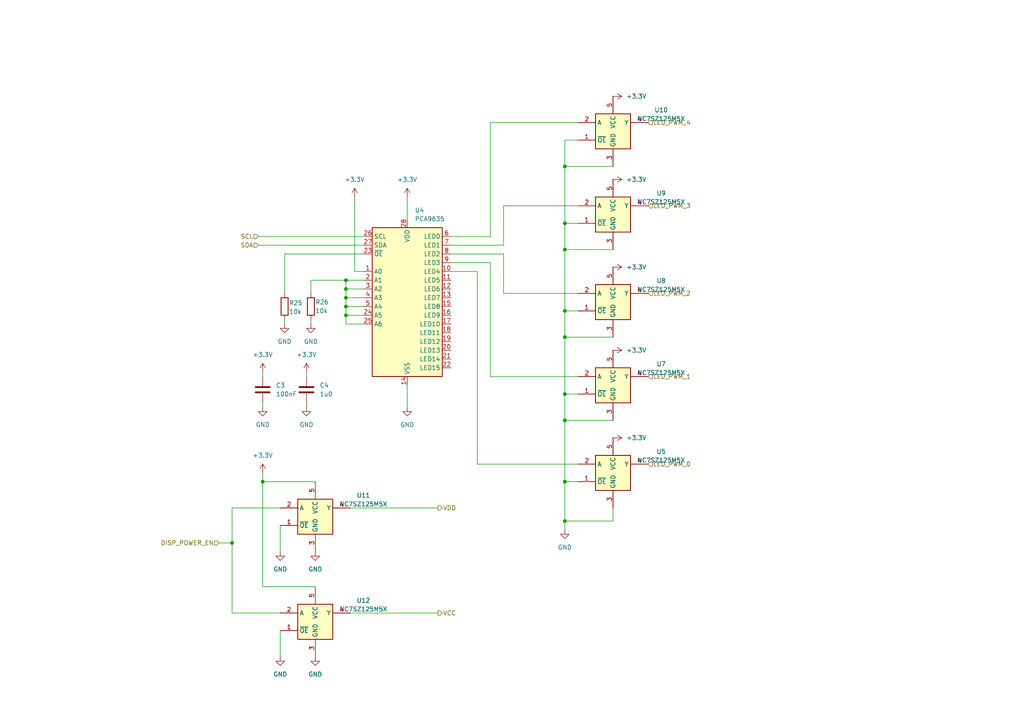
<source format=kicad_sch>
(kicad_sch (version 20231120) (generator "eeschema") (generator_version "8.0")
  (paper "A4")
  (lib_symbols
    (symbol "74xGxx:NC7SZ125M5X"
      (property "Reference" "U" (at -5.08 6.35 0))
      (property "Value" "NC7SZ125M5X" (at 7.62 6.35 0))
      (symbol "NC7SZ125M5X_0_1"
        (rectangle (start -5.08 5.08) (end 5.08 -5.08) (stroke (width 0.254)) (fill (type background)))
      )
      (symbol "NC7SZ125M5X_1_1"
        (pin input line (at -10.16 -2.54 0) (length 5.08) (name "~{OE}") (number "1"))
        (pin input line (at -10.16 2.54 0) (length 5.08) (name "A") (number "2"))
        (pin power_in line (at 0 -10.16 90) (length 5.08) (name "GND") (number "3"))
        (pin output line (at 10.16 2.54 180) (length 5.08) (name "Y") (number "4"))
        (pin power_in line (at 0 10.16 270) (length 5.08) (name "VCC") (number "5"))
      )
    )
    (symbol "Device:C" (pin_numbers hide) (pin_names (offset 0.254))
      (property "Reference" "C" (at 0.635 2.54 0))
      (property "Value" "C" (at 0.635 -2.54 0))
      (symbol "C_0_1"
        (polyline (pts (xy -2.032 -0.762) (xy 2.032 -0.762)) (stroke (width 0.508)))
        (polyline (pts (xy -2.032 0.762) (xy 2.032 0.762)) (stroke (width 0.508)))
      )
      (symbol "C_1_1"
        (pin passive line (at 0 3.81 270) (length 2.794) (name "~") (number "1"))
        (pin passive line (at 0 -3.81 90) (length 2.794) (name "~") (number "2"))
      )
    )
    (symbol "Device:R" (pin_numbers hide) (pin_names (offset 0))
      (property "Reference" "R" (at 2.032 0 90))
      (property "Value" "R" (at 0 0 90))
      (symbol "R_0_1"
        (rectangle (start -1.016 -2.54) (end 1.016 2.54) (stroke (width 0.254)))
      )
      (symbol "R_1_1"
        (pin passive line (at 0 3.81 270) (length 1.27) (name "~") (number "1"))
        (pin passive line (at 0 -3.81 90) (length 1.27) (name "~") (number "2"))
      )
    )
    (symbol "Driver_LED:PCA9635"
      (property "Reference" "U" (at -10.16 24.13 0))
      (property "Value" "PCA9635" (at 2.54 -21.59 0))
      (symbol "PCA9635_0_1"
        (rectangle (start -10.16 22.86) (end 10.16 -20.32) (stroke (width 0.254)) (fill (type background)))
      )
      (symbol "PCA9635_1_1"
        (pin input line (at -12.7 10.16 0) (length 2.54) (name "A0") (number "1"))
        (pin output line (at 12.7 10.16 180) (length 2.54) (name "LED4") (number "10"))
        (pin output line (at 12.7 7.62 180) (length 2.54) (name "LED5") (number "11"))
        (pin output line (at 12.7 5.08 180) (length 2.54) (name "LED6") (number "12"))
        (pin output line (at 12.7 2.54 180) (length 2.54) (name "LED7") (number "13"))
        (pin power_in line (at 0 -22.86 90) (length 2.54) (name "VSS") (number "14"))
        (pin output line (at 12.7 0 180) (length 2.54) (name "LED8") (number "15"))
        (pin output line (at 12.7 -2.54 180) (length 2.54) (name "LED9") (number "16"))
        (pin output line (at 12.7 -5.08 180) (length 2.54) (name "LED10") (number "17"))
        (pin output line (at 12.7 -7.62 180) (length 2.54) (name "LED11") (number "18"))
        (pin output line (at 12.7 -10.16 180) (length 2.54) (name "LED12") (number "19"))
        (pin input line (at -12.7 7.62 0) (length 2.54) (name "A1") (number "2"))
        (pin output line (at 12.7 -12.7 180) (length 2.54) (name "LED13") (number "20"))
        (pin output line (at 12.7 -15.24 180) (length 2.54) (name "LED14") (number "21"))
        (pin output line (at 12.7 -17.78 180) (length 2.54) (name "LED15") (number "22"))
        (pin input line (at -12.7 15.24 0) (length 2.54) (name "~{OE}") (number "23"))
        (pin input line (at -12.7 -2.54 0) (length 2.54) (name "A5") (number "24"))
        (pin input line (at -12.7 -5.08 0) (length 2.54) (name "A6") (number "25"))
        (pin input line (at -12.7 20.32 0) (length 2.54) (name "SCL") (number "26"))
        (pin bidirectional line (at -12.7 17.78 0) (length 2.54) (name "SDA") (number "27"))
        (pin power_in line (at 0 25.4 270) (length 2.54) (name "VDD") (number "28"))
        (pin input line (at -12.7 5.08 0) (length 2.54) (name "A2") (number "3"))
        (pin input line (at -12.7 2.54 0) (length 2.54) (name "A3") (number "4"))
        (pin input line (at -12.7 0 0) (length 2.54) (name "A4") (number "5"))
        (pin output line (at 12.7 20.32 180) (length 2.54) (name "LED0") (number "6"))
        (pin output line (at 12.7 17.78 180) (length 2.54) (name "LED1") (number "7"))
        (pin output line (at 12.7 15.24 180) (length 2.54) (name "LED2") (number "8"))
        (pin output line (at 12.7 12.7 180) (length 2.54) (name "LED3") (number "9"))
      )
    )
    (symbol "power:+3.3V" (power) (pin_numbers hide) (pin_names (offset 0) hide)
      (property "Value" "+3.3V" (at 0 3.556 0))
      (symbol "+3.3V_0_1"
        (polyline (pts (xy -0.762 1.27) (xy 0 2.54)))
        (polyline (pts (xy 0 0) (xy 0 2.54)))
        (polyline (pts (xy 0 2.54) (xy 0.762 1.27)))
      )
      (symbol "+3.3V_1_1"
        (pin power_in line (at 0 0 90) (length 0) (name "~") (number "1"))
      )
    )
    (symbol "power:GND" (power) (pin_numbers hide) (pin_names (offset 0) hide)
      (property "Value" "GND" (at 0 -3.81 0))
      (symbol "GND_0_1"
        (polyline (pts (xy 0 0) (xy 0 -1.27) (xy 1.27 -1.27) (xy 0 -2.54) (xy -1.27 -1.27) (xy 0 -1.27)))
      )
      (symbol "GND_1_1"
        (pin power_in line (at 0 0 270) (length 0) (name "~") (number "1"))
      )
    )
  )
  (junction (at 163.83 72.39))
  (junction (at 163.83 90.17))
  (junction (at 163.83 151.13))
  (junction (at 163.83 139.7))
  (junction (at 100.33 88.9))
  (junction (at 100.33 81.28))
  (junction (at 100.33 91.44))
  (junction (at 67.31 157.48))
  (junction (at 100.33 86.36))
  (junction (at 100.33 83.82))
  (junction (at 163.83 97.79))
  (junction (at 163.83 64.77))
  (junction (at 163.83 121.92))
  (junction (at 76.2 139.7))
  (junction (at 163.83 48.26))
  (junction (at 163.83 114.3))
  (wire (pts (xy 163.83 97.79) (xy 163.83 90.17)))
  (wire (pts (xy 67.31 147.32) (xy 67.31 157.48)))
  (wire (pts (xy 101.6 177.8) (xy 127 177.8)))
  (wire (pts (xy 177.8 147.32) (xy 177.8 151.13)))
  (wire (pts (xy 163.83 40.64) (xy 167.64 40.64)))
  (wire (pts (xy 76.2 107.95) (xy 76.2 109.22)))
  (wire (pts (xy 82.55 85.09) (xy 82.55 73.66)))
  (wire (pts (xy 177.8 151.13) (xy 163.83 151.13)))
  (wire (pts (xy 146.05 85.09) (xy 146.05 73.66)))
  (wire (pts (xy 81.28 152.4) (xy 81.28 160.02)))
  (wire (pts (xy 142.24 76.2) (xy 142.24 109.22)))
  (wire (pts (xy 118.11 57.15) (xy 118.11 63.5)))
  (wire (pts (xy 142.24 109.22) (xy 167.64 109.22)))
  (wire (pts (xy 100.33 83.82) (xy 105.41 83.82)))
  (wire (pts (xy 163.83 151.13) (xy 163.83 153.67)))
  (wire (pts (xy 163.83 121.92) (xy 177.8 121.92)))
  (wire (pts (xy 146.05 71.12) (xy 146.05 59.69)))
  (wire (pts (xy 100.33 91.44) (xy 100.33 93.98)))
  (wire (pts (xy 81.28 147.32) (xy 67.31 147.32)))
  (wire (pts (xy 163.83 114.3) (xy 163.83 97.79)))
  (wire (pts (xy 100.33 93.98) (xy 105.41 93.98)))
  (wire (pts (xy 146.05 59.69) (xy 167.64 59.69)))
  (wire (pts (xy 100.33 83.82) (xy 100.33 86.36)))
  (wire (pts (xy 138.43 134.62) (xy 167.64 134.62)))
  (wire (pts (xy 163.83 64.77) (xy 163.83 48.26)))
  (wire (pts (xy 142.24 35.56) (xy 167.64 35.56)))
  (wire (pts (xy 81.28 182.88) (xy 81.28 190.5)))
  (wire (pts (xy 74.93 68.58) (xy 105.41 68.58)))
  (wire (pts (xy 130.81 78.74) (xy 138.43 78.74)))
  (wire (pts (xy 130.81 76.2) (xy 142.24 76.2)))
  (wire (pts (xy 100.33 86.36) (xy 100.33 88.9)))
  (wire (pts (xy 81.28 177.8) (xy 67.31 177.8)))
  (wire (pts (xy 100.33 83.82) (xy 100.33 81.28)))
  (wire (pts (xy 167.64 85.09) (xy 146.05 85.09)))
  (wire (pts (xy 142.24 68.58) (xy 142.24 35.56)))
  (wire (pts (xy 102.87 57.15) (xy 102.87 78.74)))
  (wire (pts (xy 63.5 157.48) (xy 67.31 157.48)))
  (wire (pts (xy 90.17 85.09) (xy 90.17 81.28)))
  (wire (pts (xy 101.6 147.32) (xy 127 147.32)))
  (wire (pts (xy 142.24 68.58) (xy 130.81 68.58)))
  (wire (pts (xy 100.33 86.36) (xy 105.41 86.36)))
  (wire (pts (xy 76.2 116.84) (xy 76.2 118.11)))
  (wire (pts (xy 118.11 111.76) (xy 118.11 118.11)))
  (wire (pts (xy 130.81 71.12) (xy 146.05 71.12)))
  (wire (pts (xy 163.83 48.26) (xy 163.83 40.64)))
  (wire (pts (xy 100.33 88.9) (xy 100.33 91.44)))
  (wire (pts (xy 163.83 121.92) (xy 163.83 114.3)))
  (wire (pts (xy 100.33 91.44) (xy 105.41 91.44)))
  (wire (pts (xy 76.2 137.16) (xy 76.2 139.7)))
  (wire (pts (xy 76.2 139.7) (xy 76.2 170.18)))
  (wire (pts (xy 163.83 139.7) (xy 167.64 139.7)))
  (wire (pts (xy 163.83 90.17) (xy 163.83 72.39)))
  (wire (pts (xy 163.83 90.17) (xy 167.64 90.17)))
  (wire (pts (xy 88.9 116.84) (xy 88.9 118.11)))
  (wire (pts (xy 90.17 81.28) (xy 100.33 81.28)))
  (wire (pts (xy 82.55 93.98) (xy 82.55 92.71)))
  (wire (pts (xy 67.31 177.8) (xy 67.31 157.48)))
  (wire (pts (xy 163.83 139.7) (xy 163.83 121.92)))
  (wire (pts (xy 163.83 72.39) (xy 177.8 72.39)))
  (wire (pts (xy 130.81 73.66) (xy 146.05 73.66)))
  (wire (pts (xy 88.9 107.95) (xy 88.9 109.22)))
  (wire (pts (xy 100.33 88.9) (xy 105.41 88.9)))
  (wire (pts (xy 100.33 81.28) (xy 105.41 81.28)))
  (wire (pts (xy 74.93 71.12) (xy 105.41 71.12)))
  (wire (pts (xy 163.83 72.39) (xy 163.83 64.77)))
  (wire (pts (xy 76.2 170.18) (xy 91.44 170.18)))
  (wire (pts (xy 163.83 64.77) (xy 167.64 64.77)))
  (wire (pts (xy 138.43 134.62) (xy 138.43 78.74)))
  (wire (pts (xy 163.83 97.79) (xy 177.8 97.79)))
  (wire (pts (xy 82.55 73.66) (xy 105.41 73.66)))
  (wire (pts (xy 76.2 139.7) (xy 91.44 139.7)))
  (wire (pts (xy 163.83 114.3) (xy 167.64 114.3)))
  (wire (pts (xy 105.41 78.74) (xy 102.87 78.74)))
  (wire (pts (xy 90.17 93.98) (xy 90.17 92.71)))
  (wire (pts (xy 163.83 48.26) (xy 177.8 48.26)))
  (wire (pts (xy 163.83 151.13) (xy 163.83 139.7)))
  (hierarchical_label "VCC" (shape output) (at 127 177.8 0))
  (hierarchical_label "LED_PWM_0" (shape input) (at 187.96 134.62 0))
  (hierarchical_label "LED_PWM_1" (shape input) (at 187.96 109.22 0))
  (hierarchical_label "SDA" (shape input) (at 74.93 71.12 180))
  (hierarchical_label "VDD" (shape output) (at 127 147.32 0))
  (hierarchical_label "LED_PWM_4" (shape input) (at 187.96 35.56 0))
  (hierarchical_label "SCL" (shape input) (at 74.93 68.58 180))
  (hierarchical_label "LED_PWM_3" (shape input) (at 187.96 59.69 0))
  (hierarchical_label "LED_PWM_2" (shape input) (at 187.96 85.09 0))
  (hierarchical_label "DISP_POWER_EN" (shape input) (at 63.5 157.48 180))
  (symbol (lib_id "power:GND") (at 81.28 190.5 0) (unit 1)
    (property "Reference" "#PWR051" (effects (hide yes)))
    (property "Value" "GND" (at 81.28 195.58 0))
    (property "Description" "Power symbol creates a global label with name \"GND\" , ground" (effects (hide yes)))
  )
  (symbol (lib_id "power:GND") (at 163.83 153.67 0) (unit 1)
    (property "Reference" "#PWR084" (effects (hide yes)))
    (property "Value" "GND" (at 163.83 158.75 0))
    (property "Description" "Power symbol creates a global label with name \"GND\" , ground" (effects (hide yes)))
  )
  (symbol (lib_id "Device:C") (at 88.9 113.03 0) (unit 1)
    (property "Reference" "C4" (at 92.71 111.7599 0) (effects (justify left)))
    (property "Value" "1u0" (at 92.71 114.2999 0) (effects (justify left)))
    (property "Footprint" "Capacitor_SMD:C_0603_1608Metric" (effects (hide yes)))
    (property "Description" "Unpolarized capacitor" (effects (hide yes)))
  )
  (symbol (lib_id "74xGxx:NC7SZ125M5X") (at 91.44 149.86 0) (unit 1)
    (property "Reference" "U11" (at 105.41 143.672 0))
    (property "Value" "NC7SZ125M5X" (at 105.41 146.212 0))
    (property "Footprint" "Package_TO_SOT_SMD:SOT-23-5" (effects (hide yes)))
    (property "Datasheet" "https://www.onsemi.com/pdf/datasheet/nc7sz125-d.pdf" (effects (hide yes)))
    (property "Description" "TinyLogic UHS Buffer, Tri-State Output, SOT-23-5" (effects (hide yes)))
  )
  (symbol (lib_id "power:+3.3V") (at 88.9 107.95 0) (unit 1)
    (property "Reference" "#PWR025" (effects (hide yes)))
    (property "Value" "+3.3V" (at 88.9 102.87 0))
    (property "Description" "Power symbol creates a global label with name \"+3.3V\"" (effects (hide yes)))
  )
  (symbol (lib_id "Device:R") (at 90.17 88.9 0) (unit 1)
    (property "Reference" "R26" (at 91.44 87.63 0) (effects (justify left)))
    (property "Value" "10k" (at 91.44 90.17 0) (effects (justify left)))
    (property "Footprint" "Resistor_SMD:R_0603_1608Metric" (effects (hide yes)))
    (property "Description" "Resistor" (effects (hide yes)))
  )
  (symbol (lib_id "Device:C") (at 76.2 113.03 0) (unit 1)
    (property "Reference" "C3" (at 80.01 111.7599 0) (effects (justify left)))
    (property "Value" "100nF" (at 80.01 114.2999 0) (effects (justify left)))
    (property "Footprint" "Capacitor_SMD:C_0603_1608Metric" (effects (hide yes)))
    (property "Description" "Unpolarized capacitor" (effects (hide yes)))
  )
  (symbol (lib_id "power:+3.3V") (at 177.8 127 270) (unit 1)
    (property "Reference" "#PWR079" (effects (hide yes)))
    (property "Value" "+3.3V" (at 181.61 126.9999 90) (effects (justify left)))
    (property "Description" "Power symbol creates a global label with name \"+3.3V\"" (effects (hide yes)))
  )
  (symbol (lib_id "power:GND") (at 88.9 118.11 0) (unit 1)
    (property "Reference" "#PWR026" (effects (hide yes)))
    (property "Value" "GND" (at 88.9 123.19 0))
    (property "Description" "Power symbol creates a global label with name \"GND\" , ground" (effects (hide yes)))
  )
  (symbol (lib_id "power:+3.3V") (at 76.2 137.16 0) (unit 1)
    (property "Reference" "#PWR049" (effects (hide yes)))
    (property "Value" "+3.3V" (at 76.2 132.08 0))
    (property "Description" "Power symbol creates a global label with name \"+3.3V\"" (effects (hide yes)))
  )
  (symbol (lib_id "74xGxx:NC7SZ125M5X") (at 91.44 180.34 0) (unit 1)
    (property "Reference" "U12" (at 105.41 174.152 0))
    (property "Value" "NC7SZ125M5X" (at 105.41 176.692 0))
    (property "Footprint" "Package_TO_SOT_SMD:SOT-23-5" (effects (hide yes)))
    (property "Datasheet" "https://www.onsemi.com/pdf/datasheet/nc7sz125-d.pdf" (effects (hide yes)))
    (property "Description" "TinyLogic UHS Buffer, Tri-State Output, SOT-23-5" (effects (hide yes)))
  )
  (symbol (lib_id "power:GND") (at 76.2 118.11 0) (unit 1)
    (property "Reference" "#PWR024" (effects (hide yes)))
    (property "Value" "GND" (at 76.2 123.19 0))
    (property "Description" "Power symbol creates a global label with name \"GND\" , ground" (effects (hide yes)))
  )
  (symbol (lib_id "power:GND") (at 118.11 118.11 0) (unit 1)
    (property "Reference" "#PWR014" (effects (hide yes)))
    (property "Value" "GND" (at 118.11 123.19 0))
    (property "Description" "Power symbol creates a global label with name \"GND\" , ground" (effects (hide yes)))
  )
  (symbol (lib_id "Device:R") (at 82.55 88.9 0) (unit 1)
    (property "Reference" "R25" (at 83.82 87.884 0) (effects (justify left)))
    (property "Value" "10k" (at 83.82 90.424 0) (effects (justify left)))
    (property "Footprint" "Resistor_SMD:R_0603_1608Metric" (effects (hide yes)))
    (property "Description" "Resistor" (effects (hide yes)))
  )
  (symbol (lib_id "power:+3.3V") (at 118.11 57.15 0) (unit 1)
    (property "Reference" "#PWR016" (effects (hide yes)))
    (property "Value" "+3.3V" (at 118.11 52.07 0))
    (property "Description" "Power symbol creates a global label with name \"+3.3V\"" (effects (hide yes)))
  )
  (symbol (lib_id "power:GND") (at 82.55 93.98 0) (unit 1)
    (property "Reference" "#PWR015" (effects (hide yes)))
    (property "Value" "GND" (at 82.55 99.06 0))
    (property "Description" "Power symbol creates a global label with name \"GND\" , ground" (effects (hide yes)))
  )
  (symbol (lib_id "power:+3.3V") (at 177.8 101.6 270) (unit 1)
    (property "Reference" "#PWR080" (effects (hide yes)))
    (property "Value" "+3.3V" (at 181.61 101.5999 90) (effects (justify left)))
    (property "Description" "Power symbol creates a global label with name \"+3.3V\"" (effects (hide yes)))
  )
  (symbol (lib_id "74xGxx:NC7SZ125M5X") (at 177.8 62.23 0) (unit 1)
    (property "Reference" "U9" (at 191.77 56.042 0))
    (property "Value" "NC7SZ125M5X" (at 191.77 58.582 0))
    (property "Footprint" "Package_TO_SOT_SMD:SOT-23-5" (effects (hide yes)))
    (property "Datasheet" "https://www.onsemi.com/pdf/datasheet/nc7sz125-d.pdf" (effects (hide yes)))
    (property "Description" "TinyLogic UHS Buffer, Tri-State Output, SOT-23-5" (effects (hide yes)))
  )
  (symbol (lib_id "power:+3.3V") (at 102.87 57.15 0) (unit 1)
    (property "Reference" "#PWR017" (effects (hide yes)))
    (property "Value" "+3.3V" (at 102.87 52.07 0))
    (property "Description" "Power symbol creates a global label with name \"+3.3V\"" (effects (hide yes)))
  )
  (symbol (lib_id "74xGxx:NC7SZ125M5X") (at 177.8 111.76 0) (unit 1)
    (property "Reference" "U7" (at 191.77 105.572 0))
    (property "Value" "NC7SZ125M5X" (at 191.77 108.112 0))
    (property "Footprint" "Package_TO_SOT_SMD:SOT-23-5" (effects (hide yes)))
    (property "Datasheet" "https://www.onsemi.com/pdf/datasheet/nc7sz125-d.pdf" (effects (hide yes)))
    (property "Description" "TinyLogic UHS Buffer, Tri-State Output, SOT-23-5" (effects (hide yes)))
  )
  (symbol (lib_id "power:+3.3V") (at 177.8 77.47 270) (unit 1)
    (property "Reference" "#PWR081" (effects (hide yes)))
    (property "Value" "+3.3V" (at 181.61 77.4699 90) (effects (justify left)))
    (property "Description" "Power symbol creates a global label with name \"+3.3V\"" (effects (hide yes)))
  )
  (symbol (lib_id "Driver_LED:PCA9635") (at 118.11 88.9 0) (unit 1)
    (property "Reference" "U4" (at 120.3041 60.96 0) (effects (justify left)))
    (property "Value" "PCA9635" (at 120.3041 63.5 0) (effects (justify left)))
    (property "Footprint" "Package_SO:TSSOP-28_4.4x9.7mm_P0.65mm" (effects (hide yes)))
    (property "Datasheet" "https://www.nxp.com/docs/en/data-sheet/PCA9635.pdf" (effects (hide yes)))
    (property "Description" "16-bit PWM Fm+ I2C-bus LED driver, TSSOP-28" (effects (hide yes)))
  )
  (symbol (lib_id "74xGxx:NC7SZ125M5X") (at 177.8 137.16 0) (unit 1)
    (property "Reference" "U5" (at 191.77 130.972 0))
    (property "Value" "NC7SZ125M5X" (at 191.77 133.512 0))
    (property "Footprint" "Package_TO_SOT_SMD:SOT-23-5" (effects (hide yes)))
    (property "Datasheet" "https://www.onsemi.com/pdf/datasheet/nc7sz125-d.pdf" (effects (hide yes)))
    (property "Description" "TinyLogic UHS Buffer, Tri-State Output, SOT-23-5" (effects (hide yes)))
  )
  (symbol (lib_id "power:GND") (at 81.28 160.02 0) (unit 1)
    (property "Reference" "#PWR050" (effects (hide yes)))
    (property "Value" "GND" (at 81.28 165.1 0))
    (property "Description" "Power symbol creates a global label with name \"GND\" , ground" (effects (hide yes)))
  )
  (symbol (lib_id "74xGxx:NC7SZ125M5X") (at 177.8 87.63 0) (unit 1)
    (property "Reference" "U8" (at 191.77 81.442 0))
    (property "Value" "NC7SZ125M5X" (at 191.77 83.982 0))
    (property "Footprint" "Package_TO_SOT_SMD:SOT-23-5" (effects (hide yes)))
    (property "Datasheet" "https://www.onsemi.com/pdf/datasheet/nc7sz125-d.pdf" (effects (hide yes)))
    (property "Description" "TinyLogic UHS Buffer, Tri-State Output, SOT-23-5" (effects (hide yes)))
  )
  (symbol (lib_id "power:+3.3V") (at 76.2 107.95 0) (unit 1)
    (property "Reference" "#PWR023" (effects (hide yes)))
    (property "Value" "+3.3V" (at 76.2 102.87 0))
    (property "Description" "Power symbol creates a global label with name \"+3.3V\"" (effects (hide yes)))
  )
  (symbol (lib_id "power:GND") (at 90.17 93.98 0) (unit 1)
    (property "Reference" "#PWR078" (effects (hide yes)))
    (property "Value" "GND" (at 90.17 99.06 0))
    (property "Description" "Power symbol creates a global label with name \"GND\" , ground" (effects (hide yes)))
  )
  (symbol (lib_id "power:+3.3V") (at 177.8 27.94 270) (unit 1)
    (property "Reference" "#PWR083" (effects (hide yes)))
    (property "Value" "+3.3V" (at 181.61 27.9399 90) (effects (justify left)))
    (property "Description" "Power symbol creates a global label with name \"+3.3V\"" (effects (hide yes)))
  )
  (symbol (lib_id "74xGxx:NC7SZ125M5X") (at 177.8 38.1 0) (unit 1)
    (property "Reference" "U10" (at 191.77 31.912 0))
    (property "Value" "NC7SZ125M5X" (at 191.77 34.452 0))
    (property "Footprint" "Package_TO_SOT_SMD:SOT-23-5" (effects (hide yes)))
    (property "Datasheet" "https://www.onsemi.com/pdf/datasheet/nc7sz125-d.pdf" (effects (hide yes)))
    (property "Description" "TinyLogic UHS Buffer, Tri-State Output, SOT-23-5" (effects (hide yes)))
  )
  (symbol (lib_id "power:+3.3V") (at 177.8 52.07 270) (unit 1)
    (property "Reference" "#PWR082" (effects (hide yes)))
    (property "Value" "+3.3V" (at 181.61 52.0699 90) (effects (justify left)))
    (property "Description" "Power symbol creates a global label with name \"+3.3V\"" (effects (hide yes)))
  )
  (symbol (lib_id "power:GND") (at 91.44 190.5 0) (unit 1)
    (property "Reference" "#PWR048" (effects (hide yes)))
    (property "Value" "GND" (at 91.44 195.58 0))
    (property "Description" "Power symbol creates a global label with name \"GND\" , ground" (effects (hide yes)))
  )
  (symbol (lib_id "power:GND") (at 91.44 160.02 0) (unit 1)
    (property "Reference" "#PWR045" (effects (hide yes)))
    (property "Value" "GND" (at 91.44 165.1 0))
    (property "Description" "Power symbol creates a global label with name \"GND\" , ground" (effects (hide yes)))
  )
)
</source>
